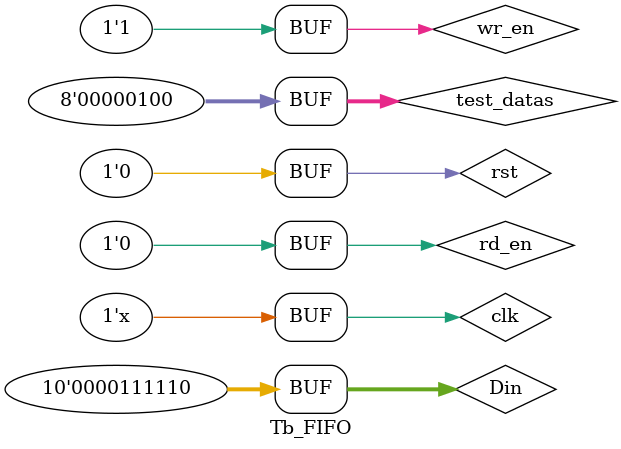
<source format=v>
module Tb_FIFO;
reg clk, rst;
reg [9:0] Din;
reg wr_en, rd_en;

wire [9:0] Dout;
wire empty;
wire full;


FIFO tb(
    .clk(clk),
    .rst(rst),
    .Din (Din),
    .Dout(Dout),
    .wr_en(wr_en),
    .rd_en(rd_en),
    .empty(empty),
    .full(full)
    );
reg [7:0] test_datas;

initial begin
    clk = 1;
    Din = 0;
    wr_en = 0;
    rd_en = 0;
    rst = 1;
end

always
#10 clk = ~clk;
always begin
#10 rst = 0;
    for(test_datas =0; test_datas < 5; test_datas = test_datas +1) begin
        #10 wr_en = 1; 
         Din = test_datas;
        #10 wr_en = 0;
    end

    for(test_datas=0; test_datas < 4; test_datas = test_datas + 1) begin
       #10 rd_en = 1; 
       #10 rd_en = 0;
    end
    #20 wr_en = 1;
    Din = 62;
    #10 wr_en = 1;
    #10 rd_en = 1;
    #10 rd_en= 0;

end
endmodule

</source>
